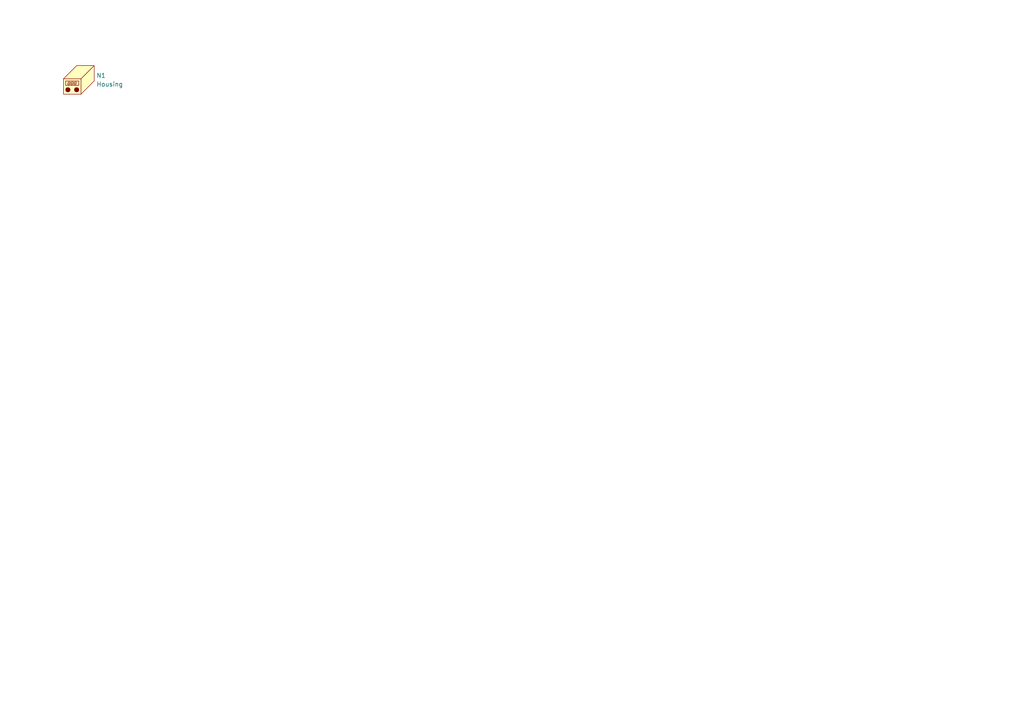
<source format=kicad_sch>
(kicad_sch (version 20231120) (generator "eeschema") (generator_version "8.0")
  (paper "A4")
  (lib_symbols
    (symbol "Mechanical:Housing" (pin_names (offset 1.016))
      (property "Reference" "N" (at 3.81 0 0))
      (property "Value" "Housing" (at 3.81 -1.905 0))
      (symbol "Housing_0_1"
        (rectangle (start -5.08 -0.635) (end -1.27 -1.905))
        (circle (center -4.445 -3.175) (radius 0.635) (fill (type outline)))
        (circle (center -1.905 -3.175) (radius 0.635) (fill (type outline)))
        (polyline (pts (xy -4.5212 -1.5748) (xy -4.4704 -1.3716)))
        (polyline (pts (xy -4.4196 -1.6764) (xy -4.064 -1.6764)))
        (polyline (pts (xy -4.4196 -1.2192) (xy -4.3688 -0.9652)))
        (polyline (pts (xy -4.318 -1.3208) (xy -4.0132 -1.3208)))
        (polyline (pts (xy -4.2164 -0.9144) (xy -3.9116 -0.9144)))
        (polyline (pts (xy -3.9116 -1.6256) (xy -3.8608 -1.3716)))
        (polyline (pts (xy -3.81 -1.2192) (xy -3.7592 -0.9652)))
        (polyline (pts (xy -3.6068 -1.5748) (xy -3.556 -1.3716)))
        (polyline (pts (xy -3.5052 -1.6764) (xy -3.1496 -1.6764)))
        (polyline (pts (xy -3.5052 -1.2192) (xy -3.4544 -0.9652)))
        (polyline (pts (xy -3.4036 -1.3208) (xy -3.0988 -1.3208)))
        (polyline (pts (xy -3.302 -0.9144) (xy -2.9972 -0.9144)))
        (polyline (pts (xy -2.9972 -1.6256) (xy -2.9464 -1.3716)))
        (polyline (pts (xy -2.8956 -1.2192) (xy -2.8448 -0.9652)))
        (polyline (pts (xy -2.6924 -1.5748) (xy -2.6416 -1.3716)))
        (polyline (pts (xy -2.5908 -1.6764) (xy -2.2352 -1.6764)))
        (polyline (pts (xy -2.5908 -1.2192) (xy -2.54 -0.9652)))
        (polyline (pts (xy -2.4892 -1.3208) (xy -2.1844 -1.3208)))
        (polyline (pts (xy -2.3876 -0.9144) (xy -2.0828 -0.9144)))
        (polyline (pts (xy -2.0828 -1.6256) (xy -2.032 -1.3716)))
        (polyline (pts (xy -1.9812 -1.2192) (xy -1.9304 -0.9652)))
        (polyline (pts (xy -0.635 0) (xy -0.635 -4.445)))
        (polyline (pts (xy -5.715 0) (xy -0.635 0) (xy 3.175 3.81)))
        (polyline (pts (xy -5.715 0) (xy -5.715 -4.445) (xy -0.635 -4.445) (xy 3.175 -0.635) (xy 3.175 3.81) (xy -1.905 3.81) (xy -5.715 0)) (fill (type background)))
      )
    )
  )
  (symbol (lib_id "Mechanical:Housing") (at 24.13 22.86 0) (unit 1)
    (property "Reference" "N1" (at 27.94 21.9074 0) (effects (justify left)))
    (property "Value" "Housing" (at 27.94 24.4474 0) (effects (justify left)))
    (property "Footprint" "proto1_kicad_art:proto1_kicad_art" (effects (hide yes)))
    (property "Description" "Housing" (effects (hide yes)))
  )
)
</source>
